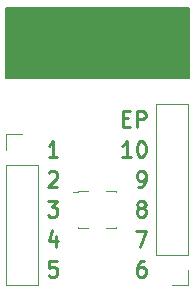
<source format=gbr>
%TF.GenerationSoftware,KiCad,Pcbnew,5.1.7-a382d34a8~87~ubuntu20.04.1*%
%TF.CreationDate,2020-11-06T18:30:14+02:00*%
%TF.ProjectId,BRK-VSON-10-1EP-3x3-P0.5-EP1.65x2.4,42524b2d-5653-44f4-9e2d-31302d314550,v1.0*%
%TF.SameCoordinates,Original*%
%TF.FileFunction,Legend,Top*%
%TF.FilePolarity,Positive*%
%FSLAX46Y46*%
G04 Gerber Fmt 4.6, Leading zero omitted, Abs format (unit mm)*
G04 Created by KiCad (PCBNEW 5.1.7-a382d34a8~87~ubuntu20.04.1) date 2020-11-06 18:30:14*
%MOMM*%
%LPD*%
G01*
G04 APERTURE LIST*
%ADD10C,0.250000*%
%ADD11C,0.150000*%
%ADD12C,0.120000*%
G04 APERTURE END LIST*
D10*
X102190833Y-92287142D02*
X102624166Y-92287142D01*
X102809880Y-92968095D02*
X102190833Y-92968095D01*
X102190833Y-91668095D01*
X102809880Y-91668095D01*
X103367023Y-92968095D02*
X103367023Y-91668095D01*
X103862261Y-91668095D01*
X103986071Y-91730000D01*
X104047976Y-91791904D01*
X104109880Y-91915714D01*
X104109880Y-92101428D01*
X104047976Y-92225238D01*
X103986071Y-92287142D01*
X103862261Y-92349047D01*
X103367023Y-92349047D01*
X102871785Y-95508095D02*
X102128928Y-95508095D01*
X102500357Y-95508095D02*
X102500357Y-94208095D01*
X102376547Y-94393809D01*
X102252738Y-94517619D01*
X102128928Y-94579523D01*
X103676547Y-94208095D02*
X103800357Y-94208095D01*
X103924166Y-94270000D01*
X103986071Y-94331904D01*
X104047976Y-94455714D01*
X104109880Y-94703333D01*
X104109880Y-95012857D01*
X104047976Y-95260476D01*
X103986071Y-95384285D01*
X103924166Y-95446190D01*
X103800357Y-95508095D01*
X103676547Y-95508095D01*
X103552738Y-95446190D01*
X103490833Y-95384285D01*
X103428928Y-95260476D01*
X103367023Y-95012857D01*
X103367023Y-94703333D01*
X103428928Y-94455714D01*
X103490833Y-94331904D01*
X103552738Y-94270000D01*
X103676547Y-94208095D01*
X103490833Y-98048095D02*
X103738452Y-98048095D01*
X103862261Y-97986190D01*
X103924166Y-97924285D01*
X104047976Y-97738571D01*
X104109880Y-97490952D01*
X104109880Y-96995714D01*
X104047976Y-96871904D01*
X103986071Y-96810000D01*
X103862261Y-96748095D01*
X103614642Y-96748095D01*
X103490833Y-96810000D01*
X103428928Y-96871904D01*
X103367023Y-96995714D01*
X103367023Y-97305238D01*
X103428928Y-97429047D01*
X103490833Y-97490952D01*
X103614642Y-97552857D01*
X103862261Y-97552857D01*
X103986071Y-97490952D01*
X104047976Y-97429047D01*
X104109880Y-97305238D01*
X103614642Y-99845238D02*
X103490833Y-99783333D01*
X103428928Y-99721428D01*
X103367023Y-99597619D01*
X103367023Y-99535714D01*
X103428928Y-99411904D01*
X103490833Y-99350000D01*
X103614642Y-99288095D01*
X103862261Y-99288095D01*
X103986071Y-99350000D01*
X104047976Y-99411904D01*
X104109880Y-99535714D01*
X104109880Y-99597619D01*
X104047976Y-99721428D01*
X103986071Y-99783333D01*
X103862261Y-99845238D01*
X103614642Y-99845238D01*
X103490833Y-99907142D01*
X103428928Y-99969047D01*
X103367023Y-100092857D01*
X103367023Y-100340476D01*
X103428928Y-100464285D01*
X103490833Y-100526190D01*
X103614642Y-100588095D01*
X103862261Y-100588095D01*
X103986071Y-100526190D01*
X104047976Y-100464285D01*
X104109880Y-100340476D01*
X104109880Y-100092857D01*
X104047976Y-99969047D01*
X103986071Y-99907142D01*
X103862261Y-99845238D01*
X103305119Y-101828095D02*
X104171785Y-101828095D01*
X103614642Y-103128095D01*
X103986071Y-104368095D02*
X103738452Y-104368095D01*
X103614642Y-104430000D01*
X103552738Y-104491904D01*
X103428928Y-104677619D01*
X103367023Y-104925238D01*
X103367023Y-105420476D01*
X103428928Y-105544285D01*
X103490833Y-105606190D01*
X103614642Y-105668095D01*
X103862261Y-105668095D01*
X103986071Y-105606190D01*
X104047976Y-105544285D01*
X104109880Y-105420476D01*
X104109880Y-105110952D01*
X104047976Y-104987142D01*
X103986071Y-104925238D01*
X103862261Y-104863333D01*
X103614642Y-104863333D01*
X103490833Y-104925238D01*
X103428928Y-104987142D01*
X103367023Y-105110952D01*
X96571071Y-104368095D02*
X95952023Y-104368095D01*
X95890119Y-104987142D01*
X95952023Y-104925238D01*
X96075833Y-104863333D01*
X96385357Y-104863333D01*
X96509166Y-104925238D01*
X96571071Y-104987142D01*
X96632976Y-105110952D01*
X96632976Y-105420476D01*
X96571071Y-105544285D01*
X96509166Y-105606190D01*
X96385357Y-105668095D01*
X96075833Y-105668095D01*
X95952023Y-105606190D01*
X95890119Y-105544285D01*
X96509166Y-102261428D02*
X96509166Y-103128095D01*
X96199642Y-101766190D02*
X95890119Y-102694761D01*
X96694880Y-102694761D01*
X95828214Y-99288095D02*
X96632976Y-99288095D01*
X96199642Y-99783333D01*
X96385357Y-99783333D01*
X96509166Y-99845238D01*
X96571071Y-99907142D01*
X96632976Y-100030952D01*
X96632976Y-100340476D01*
X96571071Y-100464285D01*
X96509166Y-100526190D01*
X96385357Y-100588095D01*
X96013928Y-100588095D01*
X95890119Y-100526190D01*
X95828214Y-100464285D01*
X95890119Y-96871904D02*
X95952023Y-96810000D01*
X96075833Y-96748095D01*
X96385357Y-96748095D01*
X96509166Y-96810000D01*
X96571071Y-96871904D01*
X96632976Y-96995714D01*
X96632976Y-97119523D01*
X96571071Y-97305238D01*
X95828214Y-98048095D01*
X96632976Y-98048095D01*
X96632976Y-95508095D02*
X95890119Y-95508095D01*
X96261547Y-95508095D02*
X96261547Y-94208095D01*
X96137738Y-94393809D01*
X96013928Y-94517619D01*
X95890119Y-94579523D01*
D11*
G36*
X107750000Y-88890000D02*
G01*
X92250000Y-88890000D01*
X92250000Y-82890000D01*
X107750000Y-82890000D01*
X107750000Y-88890000D01*
G37*
X107750000Y-88890000D02*
X92250000Y-88890000D01*
X92250000Y-82890000D01*
X107750000Y-82890000D01*
X107750000Y-88890000D01*
D12*
%TO.C,J2*%
X107680000Y-91050000D02*
X105020000Y-91050000D01*
X107680000Y-103810000D02*
X107680000Y-91050000D01*
X105020000Y-103810000D02*
X105020000Y-91050000D01*
X107680000Y-103810000D02*
X105020000Y-103810000D01*
X107680000Y-105080000D02*
X107680000Y-106410000D01*
X107680000Y-106410000D02*
X106350000Y-106410000D01*
%TO.C,J1*%
X92320000Y-106410000D02*
X94980000Y-106410000D01*
X92320000Y-96190000D02*
X92320000Y-106410000D01*
X94980000Y-96190000D02*
X94980000Y-106410000D01*
X92320000Y-96190000D02*
X94980000Y-96190000D01*
X92320000Y-94920000D02*
X92320000Y-93590000D01*
X92320000Y-93590000D02*
X93650000Y-93590000D01*
%TO.C,U1*%
X98400000Y-98500000D02*
X98000000Y-98500000D01*
X101600000Y-101600000D02*
X101600000Y-101500000D01*
X100800000Y-101600000D02*
X101600000Y-101600000D01*
X98400000Y-101600000D02*
X99200000Y-101600000D01*
X98400000Y-101500000D02*
X98400000Y-101600000D01*
X101600000Y-98400000D02*
X101600000Y-98500000D01*
X100800000Y-98400000D02*
X101600000Y-98400000D01*
X98400000Y-98400000D02*
X98400000Y-98500000D01*
X99200000Y-98400000D02*
X98400000Y-98400000D01*
%TD*%
M02*

</source>
